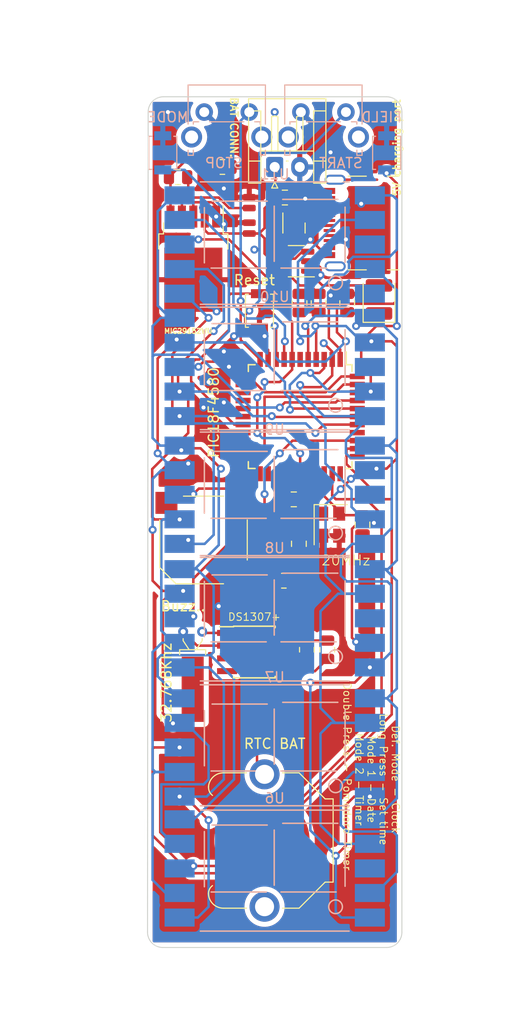
<source format=kicad_pcb>
(kicad_pcb (version 20211014) (generator pcbnew)
  (layers (0 "F.Cu" signal) (31 "B.Cu" signal) (34 "B.Paste" user) (35 "F.Paste" user) (36 "B.SilkS" user "B.Silkscreen") (37 "F.SilkS" user "F.Silkscreen") (38 "B.Mask" user) (39 "F.Mask" user) (44 "Edge.Cuts" user))
  (net 0 "")
  (net 1 "/BAT+")
  (net 2 "GND")
  (net 3 "VCC")
  (net 4 "Net-(C4-Pad2)")
  (net 5 "Net-(C5-Pad2)")
  (net 6 "Net-(D1-Pad1)")
  (net 7 "Net-(D1-Pad2)")
  (net 8 "Net-(R1-Pad1)")
  (net 9 "Net-(R1-Pad2)")
  (net 10 "Net-(R3-Pad2)")
  (net 11 "Net-(J1-PadA9)")
  (net 12 "/E1")
  (net 13 "/E2")
  (net 14 "/D")
  (net 15 "/E")
  (net 16 "/E3")
  (net 17 "/DP")
  (net 18 "/E4")
  (net 19 "/F")
  (net 20 "/C")
  (net 21 "/A")
  (net 22 "/G")
  (net 23 "/B")
  (net 30 "/E6")
  (net 31 "/E5")
  (net 42 "unconnected-(J1-PadS1)")
  (net 43 "Net-(R7-Pad2)")
  (net 44 "Net-(R8-Pad2)")
  (net 45 "Net-(U4-Pad1)")
  (net 46 "Net-(U4-Pad2)")
  (net 47 "Net-(BT1-Pad1)")
  (net 50 "Net-(BZ1-Pad1)")
  (net 51 "/Buz")
  (net 52 "/MODE")
  (net 53 "/FIELD")
  (net 54 "/UP{slash}START")
  (net 55 "/DOWN{slash}STOP")
  (net 56 "/EN6")
  (net 57 "/EN1")
  (net 58 "/EN2")
  (net 59 "/EN3")
  (net 60 "/EN4")
  (net 61 "/EN5")
  (footprint "Package_SO:PowerIntegrations_SO-8" (layer "F.Cu") (at 212.344 105.664)
    (fp_text reference "DS1307+")
    (fp_text value "DS1307+")
  )
  (footprint "Crystal:Crystal_SMD_3225-4Pin_3.2x2.5mm" (layer "F.Cu") (at 219.964 92.964 -90)
    (fp_text reference "Y1")
    (fp_text value "20Mhz")
  )
  (footprint "Resistor_SMD:R_0805_2012Metric" (layer "F.Cu") (at 217.59 105.4335 -90)
    (fp_text reference "R8")
    (fp_text value "R_Small")
  )
  (footprint "Resistor_SMD:R_0805_2012Metric" (layer "F.Cu") (at 216.8525 70.8575 90)
    (fp_text reference "R2")
    (fp_text value "2.2k")
  )
  (footprint "Resistor_SMD:R_0805_2012Metric" (layer "F.Cu") (at 209.151 57.292)
    (fp_text reference "R4")
    (fp_text value "1.5k")
  )
  (footprint "Connector_USB:USB_C_Receptacle_GCT_USB4105-xx-A_16P_TopMnt_Horizontal" (layer "F.Cu") (at 223.52 62.88 90)
    (fp_text reference "J1")
    (fp_text value "USB_C_Receptacle_PowerOnly_6P")
  )
  (footprint "Crystal:Crystal_C26-LF_D2.1mm_L6.5mm_Horizontal_1EP_style1" (layer "F.Cu") (at 205.232 103.632)
    (fp_text reference "32.768Khz")
    (fp_text value "32.768Khz")
  )
  (footprint "Package_TO_SOT_SMD:TO-252-5_TabPin3" (layer "F.Cu") (at 206.248 66.436 -90)
    (fp_text reference "U1")
    (fp_text value "MIC29152WU")
  )
  (footprint "Capacitor_SMD:C_0805_2012Metric" (layer "F.Cu") (at 216.281 90.439 180)
    (fp_text reference "C6")
    (fp_text value "0.1uf")
  )
  (footprint "Battery:BatteryHolder_Keystone_3001_1x12mm" (layer "F.Cu") (at 213.36 124.46 -90)
    (fp_text reference "BT1")
    (fp_text value "Battery_Cell")
  )
  (footprint "Capacitor_SMD:C_0805_2012Metric" (layer "F.Cu") (at 223.139 92.964 90)
    (fp_text reference "C5")
    (fp_text value "C_Small")
  )
  (footprint "Button_Switch_SMD:SW_SPST_B3U-1000P" (layer "F.Cu") (at 212.852 71.628 90)
    (fp_text reference "SW1")
    (fp_text value "SW_Push")
  )
  (footprint "Resistor_SMD:R_0805_2012Metric" (layer "F.Cu") (at 219.622 105.4335 -90)
    (fp_text reference "R7")
    (fp_text value "R_Small")
  )
  (footprint "Capacitor_SMD:C_0805_2012Metric" (layer "F.Cu") (at 215.392 60.34)
    (fp_text reference "C3")
    (fp_text value "4.7uF")
  )
  (footprint "Resistor_SMD:R_0805_2012Metric" (layer "F.Cu") (at 221.615 70.8575 90)
    (fp_text reference "R5")
    (fp_text value "220R")
  )
  (footprint "Resistor_SMD:R_0805_2012Metric" (layer "F.Cu") (at 218.7575 70.8575 -90)
    (fp_text reference "R1")
    (fp_text value "2.2K")
  )
  (footprint "Package_SON:WSON-6-1EP_2x2mm_P0.65mm_EP1x1.6mm" (layer "F.Cu") (at 216.3 62.88 -90)
    (fp_text reference "U2")
    (fp_text value "TVS0500DRV")
  )
  (footprint "Package_TO_SOT_SMD:SOT-23-5" (layer "F.Cu") (at 216.535 66.69 180)
    (fp_text reference "U3")
    (fp_text value "MCP73832-5-OT")
  )
  (footprint "Capacitor_SMD:C_0504_1310Metric" (layer "F.Cu") (at 211.836 60.848 90)
    (fp_text reference "C2")
    (fp_text value "0.1uf")
  )
  (footprint "Connector_JST:JST_EH_S2B-EH_1x02_P2.50mm_Horizontal" (layer "F.Cu") (at 214.376 57.292)
    (fp_text reference "J2")
    (fp_text value "Conn_01x02_Female")
  )
  (footprint "LED_SMD:LED_1210_3225Metric" (layer "F.Cu") (at 224.79 70.5 90)
    (fp_text reference "D1")
    (fp_text value "LED")
  )
  (footprint "Capacitor_SMD:C_0805_2012Metric" (layer "F.Cu") (at 216.789 94.869 90)
    (fp_text reference "C4")
    (fp_text value "C_Small")
  )
  (footprint "Capacitor_SMD:C_0504_1310Metric" (layer "F.Cu") (at 211.836 63.388 90)
    (fp_text reference "C1")
    (fp_text value "0.1uf")
  )
  (footprint "Package_QFP:TQFP-44_10x10mm_P0.8mm" (layer "F.Cu") (at 216.916 82.184 -90)
    (fp_text reference "U5")
    (fp_text value "PIC18F4480-IP")
  )
  (footprint "Resistor_SMD:R_0805_2012Metric" (layer "F.Cu") (at 215.2885 98.552)
    (fp_text reference "R9")
    (fp_text value "R_Small")
  )
  (footprint "Buzzer_Beeper:MagneticBuzzer_Kobitone_254-EMB84Q-RO" (layer "F.Cu") (at 207.264 94.488 180)
    (fp_text reference "BZ1")
    (fp_text value "Buzzer")
  )
  (footprint "Resistor_SMD:R_0805_2012Metric" (layer "F.Cu") (at 204.724 58.308 180)
    (fp_text reference "R3")
    (fp_text value "2.7k")
  )
  (footprint "Display_7Segment:7SEGMENT-LED__HDSM531_HDSM533_SMD" (layer "B.Cu") (at 214.376 89.979 180)
    (fp_text reference "U9")
    (fp_text value "KCSC02-136")
  )
  (footprint "Display_7Segment:7SEGMENT-LED__HDSM531_HDSM533_SMD" (layer "B.Cu") (at 214.376 127.244 180)
    (fp_text reference "U6")
    (fp_text value "KCSC02-136")
  )
  (footprint "Display_7Segment:7SEGMENT-LED__HDSM531_HDSM533_SMD" (layer "B.Cu") (at 214.376 77.239 180)
    (fp_text reference "U10")
    (fp_text value "KCSC02-136")
  )
  (footprint "Button_Switch_SMD:SW_SPST_B3U-1000P" (layer "B.Cu") (at 203.2 55.88 90)
    (fp_text reference "SW2")
    (fp_text value "SW_Push")
  )
  (footprint "Button_Switch_THT:SW_Tactile_SPST_Angled_PTS645Vx39-2LFS" (layer "B.Cu") (at 211.836 51.816 180)
    (fp_text reference "SW6")
    (fp_text value "SW_Push")
  )
  (footprint "Display_7Segment:7SEGMENT-LED__HDSM531_HDSM533_SMD" (layer "B.Cu") (at 214.376 115.179 180)
    (fp_text reference "U7")
    (fp_text value "KCSC02-136")
  )
  (footprint "Display_7Segment:7SEGMENT-LED__HDSM531_HDSM533_SMD" (layer "B.Cu") (at 214.376 65.024 180)
    (fp_text reference "U11")
    (fp_text value "KCSC02-136")
  )
  (footprint "Display_7Segment:7SEGMENT-LED__HDSM531_HDSM533_SMD" (layer "B.Cu") (at 214.376 102.299 180)
    (fp_text reference "U8")
    (fp_text value "KCSC02-136")
  )
  (footprint "Button_Switch_SMD:SW_SPST_B3U-1000P" (layer "B.Cu") (at 225.552 55.88 90)
    (fp_text reference "SW4")
    (fp_text value "SW_Push")
  )
  (footprint "Button_Switch_THT:SW_Tactile_SPST_Angled_PTS645Vx39-2LFS" (layer "B.Cu") (at 221.488 51.816 180)
    (fp_text reference "SW5")
    (fp_text value "SW_Push")
  )
  (gr_line (start 227.076 133.604) (end 227.076 51.816) (layer "Edge.Cuts") (width 0.1))
  (gr_arc (start 201.737631 51.816) (mid 202.184 50.738369) (end 203.261631 50.292) (layer "Edge.Cuts") (width 0.1))
  (gr_arc (start 227.076 133.604) (mid 226.629631 134.681631) (end 225.552 135.128) (layer "Edge.Cuts") (width 0.1))
  (gr_arc (start 225.552 50.292) (mid 226.629631 50.738369) (end 227.076 51.816) (layer "Edge.Cuts") (width 0.1))
  (gr_line (start 225.552 50.292) (end 203.261631 50.292) (layer "Edge.Cuts") (width 0.1))
  (gr_arc (start 203.2 135.128) (mid 202.122369 134.681631) (end 201.676 133.604) (layer "Edge.Cuts") (width 0.1))
  (gr_line (start 203.2 135.128) (end 225.552 135.128) (layer "Edge.Cuts") (width 0.1))
  (gr_line (start 201.737631 51.816) (end 201.676 133.604) (layer "Edge.Cuts") (width 0.1))
  (gr_text "MODE\n" (at 203.708 52.324) (layer "B.SilkS") (effects (font (size 1 1)) (justify mirror)))
  (gr_text "FIELD" (at 225.044 52.324) (layer "B.SilkS") (effects (font (size 1 1)) (justify mirror)))
  (gr_text "START\n" (at 220.98 56.896) (layer "B.SilkS") (effects (font (size 1 1)) (justify mirror)))
  (gr_text "STOP" (at 209.296 56.896) (layer "B.SilkS") (effects (font (size 1 1)) (justify mirror)))
  (gr_text "PIC18F4580\n" (at 208.28 81.788 90) (layer "F.SilkS") (effects (font (size 1 1))))
  (gr_text "RTC BAT" (at 214.376 114.808) (layer "F.SilkS") (effects (font (size 1 1))))
  (gr_text "BAT CONN." (at 210.312 53.34 270) (layer "F.SilkS") (effects (font (size 0.75 0.75))))
  (gr_text "20MHz\n" (at 221.488 96.52) (layer "F.SilkS") (effects (font (size 1 1) (thickness 0.1))))
  (gr_text "Def. Mode - Clock\nLong Press - Set time\nMode 1 - Date\nMode 2 - Timer\nDouble Press - Pomodoro Timer " (at 224.028 118.364 270) (layer "F.SilkS") (effects (font (size 0.75 0.75) (thickness 0.1))))
  (gr_text "MIC29152WU" (at 205.74 73.66) (layer "F.SilkS") (effects (font (size 0.5 0.5) (thickness 0.12))))
  (gr_text "Buzz.." (at 205.232 101.092) (layer "F.SilkS") (effects (font (size 1 1))))
  (gr_text "5V charging port" (at 226.568 55.372 90) (layer "F.SilkS") (effects (font (size 0.75 0.75))))
  (gr_text "Reset" (at 212.344 68.58) (layer "F.SilkS") (effects (font (size 1 1))))
  (segment (start 219.84 65.28) (end 219.84 65.296) (width 0.25) (layer "F.Cu") (net 0))
  (segment (start 219.84 65.296) (end 219.964 65.42) (width 0.25) (layer "F.Cu") (net 0))
  (segment (start 212.884 63.928) (end 213.36 64.404) (width 0.25) (layer "F.Cu") (net 1))
  (segment (start 211.836 63.928) (end 212.82 63.928) (width 0.25) (layer "F.Cu") (net 1))
  (segment (start 214.442 60.34) (end 214.442 57.358) (width 0.25) (layer "F.Cu") (net 1))
  (segment (start 216.408 66.436) (end 214.884 66.436) (width 0.25) (layer "F.Cu") (net 1))
  (segment (start 213.868 66.436) (end 214.884 66.436) (width 0.25) (layer "F.Cu") (net 1))
  (segment (start 211.836 63.928) (end 212.884 63.928) (width 0.25) (layer "F.Cu") (net 1))
  (segment (start 214.442 57.358) (end 214.376 57.292) (width 0.25) (layer "F.Cu") (net 1))
  (segment (start 217.6725 65.74) (end 217.104 65.74) (width 0.25) (layer "F.Cu") (net 1))
  (segment (start 207.73 63.928) (end 211.836 63.928) (width 0.25) (layer "F.Cu") (net 1))
  (segment (start 217.104 65.74) (end 216.408 66.436) (width 0.25) (layer "F.Cu") (net 1))
  (segment (start 207.388 63.586) (end 207.73 63.928) (width 0.25) (layer "F.Cu") (net 1))
  (segment (start 212.82 63.928) (end 213.36 63.388) (width 0.25) (layer "F.Cu") (net 1))
  (segment (start 213.36 65.928) (end 213.868 66.436) (width 0.25) (layer "F.Cu") (net 1))
  (segment (start 214.884 66.436) (end 214.344 66.436) (width 0.25) (layer "F.Cu") (net 1))
  (segment (start 207.388 62.236) (end 207.388 63.586) (width 0.25) (layer "F.Cu") (net 1))
  (segment (start 213.36 61.422) (end 214.442 60.34) (width 0.25) (layer "F.Cu") (net 1))
  (segment (start 213.36 64.404) (end 213.36 65.928) (width 0.25) (layer "F.Cu") (net 1))
  (segment (start 213.36 63.388) (end 213.36 61.422) (width 0.25) (layer "F.Cu") (net 1))
  (segment (start 218.298 66.69) (end 218.94 66.048) (width 0.25) (layer "F.Cu") (net 2))
  (segment (start 218.94 66.048) (end 218.94 65.524) (width 0.25) (layer "F.Cu") (net 2))
  (segment (start 206.248 60.886) (end 206.323 60.811) (width 0.25) (layer "F.Cu") (net 2))
  (segment (start 207.772 78.74) (end 209.296 80.264) (width 0.25) (layer "F.Cu") (net 2))
  (segment (start 210.312 74.168) (end 210.312 74.676) (width 0.25) (layer "F.Cu") (net 2))
  (segment (start 207.772 78.74) (end 208.28 78.74) (width 0.25) (layer "F.Cu") (net 2))
  (segment (start 209.296 80.264) (end 209.296 80.772) (width 0.25) (layer "F.Cu") (net 2))
  (segment (start 217.6725 66.69) (end 218.298 66.69) (width 0.25) (layer "F.Cu") (net 2))
  (segment (start 208.528 61.208) (end 208.528 62.236) (width 0.25) (layer "F.Cu") (net 2))
  (segment (start 218.948 68.072) (end 218.948 67.34) (width 0.25) (layer "F.Cu") (net 2))
  (segment (start 206.248 62.236) (end 206.248 60.886) (width 0.25) (layer "F.Cu") (net 2))
  (segment (start 219.84 59.68) (end 217.002 59.68) (width 0.25) (layer "F.Cu") (net 2))
  (segment (start 206.323 60.811) (end 208.131 60.811) (width 0.25) (layer "F.Cu") (net 2))
  (segment (start 208.131 60.811) (end 208.528 61.208) (width 0.25) (layer "F.Cu") (net 2))
  (segment (start 218.94 65.524) (end 217.932 64.516) (width 0.25) (layer "F.Cu") (net 2))
  (segment (start 217.002 59.68) (end 216.342 60.34) (width 0.25) (layer "F.Cu") (net 2))
  (segment (start 208.28 78.74) (end 209.804 77.216) (width 0.25) (layer "F.Cu") (net 2))
  (segment (start 213.364299 74.163701) (end 213.364299 73.840299) (width 0.25) (layer "F.Cu") (net 2))
  (segment (start 210.312 74.676) (end 209.296 75.692) (width 0.25) (layer "F.Cu") (net 2))
  (segment (start 218.948 67.34) (end 218.298 66.69) (width 0.25) (layer "F.Cu") (net 2))
  (segment (start 213.364299 73.840299) (end 212.852 73.328) (width 0.25) (layer "F.Cu") (net 2))
  (via (at 219.952335 55.832502) (size 0.8) (drill 0.4) (layers "F.Cu" "B.Cu") (net 2))
  (via (at 207.772 78.74) (size 0.8) (drill 0.4) (layers "F.Cu" "B.Cu") (net 2))
  (via (at 217.424 60.452) (size 0.8) (drill 0.4) (layers "F.Cu" "B.Cu") (net 2))
  (via (at 221.488 64.516) (size 0.8) (drill 0.4) (layers "F.Cu" "B.Cu") (net 2))
  (via (at 222.504 73.152) (size 0.8) (drill 0.4) (layers "F.Cu" "B.Cu") (net 2))
  (via (at 208.5715 71.696805) (size 0.8) (drill 0.4) (layers "F.Cu" "B.Cu") (net 2))
  (via (at 214.376 51.816) (size 0.8) (drill 0.4) (layers "F.Cu" "B.Cu") (net 2))
  (via (at 217.932 64.516) (size 0.8) (drill 0.4) (layers "F.Cu" "B.Cu") (net 2))
  (via (at 213.364299 74.163701) (size 0.8) (drill 0.4) (layers "F.Cu" "B.Cu") (net 2))
  (via (at 209.804 77.216) (size 0.8) (drill 0.4) (layers "F.Cu" "B.Cu") (net 2))
  (via (at 205.74 86.868) (size 0.8) (drill 0.4) (layers "F.Cu" "B.Cu") (net 2))
  (via (at 209.296 80.772) (size 0.8) (drill 0.4) (layers "F.Cu" "B.Cu") (net 2))
  (via (at 210.312 74.168) (size 0.8) (drill 0.4) (layers "F.Cu" "B.Cu") (net 2))
  (via (at 203.708 51.816) (size 0.8) (drill 0.4) (layers "F.Cu" "B.Cu") (net 2))
  (via (at 216.916 74.676) (size 0.8) (drill 0.4) (layers "F.Cu" "B.Cu") (net 2))
  (via (at 205.74 94.488) (size 0.8) (drill 0.4) (layers "F.Cu" "B.Cu") (net 2))
  (via (at 223.012 60.96) (size 0.8) (drill 0.4) (layers "F.Cu" "B.Cu") (net 2))
  (via (at 212.344 65.532) (size 0.8) (drill 0.4) (layers "F.Cu" "B.Cu") (net 2))
  (via (at 218.948 68.072) (size 0.8) (drill 0.4) (layers "F.Cu" "B.Cu") (net 2))
  (via (at 209.296 59.436) (size 0.8) (drill 0.4) (layers "F.Cu" "B.Cu") (net 2))
  (via (at 219.964 70.104) (size 0.8) (drill 0.4) (layers "F.Cu" "B.Cu") (net 2))
  (via (at 208.788 101.092) (size 0.8) (drill 0.4) (layers "F.Cu" "B.Cu") (net 2))
  (via (at 209.296 75.692) (size 0.8) (drill 0.4) (layers "F.Cu" "B.Cu") (net 2))
  (via (at 207.264 81.28) (size 0.8) (drill 0.4) (layers "F.Cu" "B.Cu") (net 2))
  (via (at 208.528 62.236) (size 0.8) (drill 0.4) (layers "F.Cu" "B.Cu") (net 2))
  (via (at 209.296 62.992) (size 0.8) (drill 0.4) (layers "F.Cu" "B.Cu") (net 2))
  (segment (start 210.312 74.168) (end 213.36 74.168) (width 0.25) (layer "B.Cu") (net 2))
  (segment (start 207.264 81.28) (end 208.788 81.28) (width 0.25) (layer "B.Cu") (net 2))
  (segment (start 213.36 74.168) (end 213.364299 74.163701) (width 0.25) (layer "B.Cu") (net 2))
  (segment (start 209.804 76.2) (end 209.296 75.692) (width 0.25) (layer "B.Cu") (net 2))
  (segment (start 208.788 81.28) (end 209.296 80.772) (width 0.25) (layer "B.Cu") (net 2))
  (segment (start 209.804 77.216) (end 209.804 76.2) (width 0.25) (layer "B.Cu") (net 2))
  (segment (start 217.59 104.521) (end 217.59 99.941) (width 0.25) (layer "F.Cu") (net 3))
  (segment (start 205.74 60.34) (end 205.108 60.972) (width 0.25) (layer "F.Cu") (net 3))
  (segment (start 217.59 99.941) (end 216.201 98.552) (width 0.25) (layer "F.Cu") (net 3))
  (segment (start 215.392 78.232) (end 214.884 78.74) (width 0.25) (layer "F.Cu") (net 3))
  (segment (start 214.2 69.928) (end 214.376 70.104) (width 0.25) (layer "F.Cu") (net 3))
  (segment (start 216.916 87.884) (end 216.916 85.852) (width 0.25) (layer "F.Cu") (net 3))
  (segment (start 209.804 70.104) (end 209.804 73.531604) (width 0.25) (layer "F.Cu") (net 3))
  (segment (start 205.74 58.4115) (end 205.74 60.34) (width 0.25) (layer "F.Cu") (net 3))
  (segment (start 216.116 76.484) (end 216.117 76.483) (width 0.25) (layer "F.Cu") (net 3))
  (segment (start 214.884 78.74) (end 214.376 78.74) (width 0.25) (layer "F.Cu") (net 3))
  (segment (start 216.116 76.484) (end 216.116 77.508) (width 0.25) (layer "F.Cu") (net 3))
  (segment (start 210.341 82.984) (end 211.216 82.984) (width 0.25) (layer "F.Cu") (net 3))
  (segment (start 209.98 69.928) (end 209.804 70.104) (width 0.25) (layer "F.Cu") (net 3))
  (segment (start 209.83 61.388) (end 211.836 61.388) (width 0.25) (layer "F.Cu") (net 3))
  (segment (start 214.376 71.0165) (end 214.376 70.104) (width 0.25) (layer "F.Cu") (net 3))
  (segment (start 213.368598 78.74) (end 213.364299 78.735701) (width 0.25) (layer "F.Cu") (net 3))
  (segment (start 209.804 73.531604) (end 206.844604 76.491) (width 0.25) (layer "F.Cu") (net 3))
  (segment (start 206.031 76.915695) (end 206.031 78.674) (width 0.25) (layer "F.Cu") (net 3))
  (segment (start 206.844604 76.491) (end 206.455695 76.491) (width 0.25) (layer "F.Cu") (net 3))
  (segment (start 205.74 60.34) (end 208.782 60.34) (width 0.25) (layer "F.Cu") (net 3))
  (segment (start 217.59 104.521) (end 216.828 103.759) (width 0.25) (layer "F.Cu") (net 3))
  (segment (start 219.622 104.521) (end 217.59 104.521) (width 0.25) (layer "F.Cu") (net 3))
  (segment (start 205.6365 58.308) (end 205.74 58.4115) (width 0.25) (layer "F.Cu") (net 3))
  (segment (start 206.031 78.674) (end 210.341 82.984) (width 0.25) (layer "F.Cu") (net 3))
  (segment (start 212.6355 80.268299) (end 212.6355 83.82) (width 0.25) (layer "F.Cu") (net 3))
  (segment (start 216.117 76.483) (end 216.117 72.7575) (width 0.25) (layer "F.Cu") (net 3))
  (segment (start 208.782 60.34) (end 209.83 61.388) (width 0.25) (layer "F.Cu") (net 3))
  (segment (start 212.852 69.928) (end 214.2 69.928) (width 0.25) (layer "F.Cu") (net 3))
  (segment (start 216.117 72.7575) (end 214.376 71.0165) (width 0.25) (layer "F.Cu") (net 3))
  (segment (start 216.916 88.788) (end 216.916 87.884) (width 0.25) (layer "F.Cu") (net 3))
  (segment (start 215.331 90.373) (end 216.916 88.788) (width 0.25) (layer "F.Cu") (net 3))
  (segment (start 216.116 77.508) (end 215.392 78.232) (width 0.25) (layer "F.Cu") (net 3))
  (segment (start 216.828 103.759) (end 215.069 103.759) (width 0.25) (layer "F.Cu") (net 3))
  (segment (start 213.6395 69.928) (end 209.98 69.928) (width 0.25) (layer "F.Cu") (net 3))
  (segment (start 215.331 90.439) (end 215.331 90.373) (width 0.25) (layer "F.Cu") (net 3))
  (segment (start 206.455695 76.491) (end 206.031 76.915695) (width 0.25) (layer "F.Cu") (net 3))
  (segment (start 205.108 60.972) (end 205.108 62.236) (width 0.25) (layer "F.Cu") (net 3))
  (segment (start 214.376 78.74) (end 213.368598 78.74) (width 0.25) (layer "F.Cu") (net 3))
  (via (at 216.916 85.852) (size 0.8) (drill 0.4) (layers "F.Cu" "B.Cu") (net 3))
  (via (at 213.364299 78.735701) (size 0.8) (drill 0.4) (layers "F.Cu" "B.Cu") (net 3))
  (via (at 212.6355 80.268299) (size 0.8) (drill 0.4) (layers "F.Cu" "B.Cu") (net 3))
  (via (at 212.6355 83.82) (size 0.8) (drill 0.4) (layers "F.Cu" "B.Cu") (net 3))
  (segment (start 213.364299 78.735701) (end 213.364299 79.5395) (width 0.25) (layer "B.Cu") (net 3))
  (segment (start 216.916 85.852) (end 215.392 84.328) (width 0.25) (layer "B.Cu") (net 3))
  (segment (start 215.392 84.328) (end 214.884 84.328) (width 0.25) (layer "B.Cu") (net 3))
  (segment (start 213.1435 84.328) (end 212.6355 83.82) (width 0.25) (layer "B.Cu") (net 3))
  (segment (start 214.884 84.328) (end 213.1435 84.328) (width 0.25) (layer "B.Cu") (net 3))
  (segment (start 213.364299 79.5395) (end 212.6355 80.268299) (width 0.25) (layer "B.Cu") (net 3))
  (segment (start 219.114 91.864) (end 218.516 91.266) (width 0.25) (layer "F.Cu") (net 4))
  (segment (start 218.516 91.266) (end 218.516 87.884) (width 0.25) (layer "F.Cu") (net 4))
  (segment (start 218.844 91.864) (end 216.789 93.919) (width 0.25) (layer "F.Cu") (net 4))
  (segment (start 223.139 92.014) (end 220.964 92.014) (width 0.25) (layer "F.Cu") (net 5))
  (segment (start 219.316 90.116) (end 220.814 91.614) (width 0.25) (layer "F.Cu") (net 5))
  (segment (start 219.316 87.884) (end 219.316 90.116) (width 0.25) (layer "F.Cu") (net 5))
  (segment (start 220.814 91.614) (end 220.814 91.864) (width 0.25) (layer "F.Cu") (net 5))
  (segment (start 224.79 71.9) (end 221.745 71.9) (width 0.25) (layer "F.Cu") (net 6))
  (segment (start 221.745 71.9) (end 221.615 71.77) (width 0.25) (layer "F.Cu") (net 6))
  (segment (start 224.79 69.1) (end 219.1325 69.1) (width 0.25) (layer "F.Cu") (net 7))
  (segment (start 219.1325 69.1) (end 217.6725 67.64) (width 0.25) (layer "F.Cu") (net 7))
  (segment (start 216.865 69.1075) (end 215.3975 67.64) (width 0.25) (layer "F.Cu") (net 8))
  (segment (start 217.92 69.1075) (end 216.865 69.1075) (width 0.25) (layer "F.Cu") (net 8))
  (segment (start 218.7575 69.945) (end 217.92 69.1075) (width 0.25) (layer "F.Cu") (net 8))
  (segment (start 218.7575 71.77) (end 216.8525 71.77) (width 0.25) (layer "F.Cu") (net 9))
  (segment (start 203.968 62.236) (end 203.968 58.4645) (width 0.25) (layer "F.Cu") (net 10))
  (segment (start 203.8115 58.308) (end 205.3355 56.784) (width 0.25) (layer "F.Cu") (net 10))
  (segment (start 207.7305 56.784) (end 208.2385 57.292) (width 0.25) (layer "F.Cu") (net 10))
  (segment (start 203.968 58.4645) (end 203.8115 58.308) (width 0.25) (layer "F.Cu") (net 10))
  (segment (start 205.3355 56.784) (end 207.7305 56.784) (width 0.25) (layer "F.Cu") (net 10))
  (segment (start 219.115 60.48) (end 219.84 60.48) (width 0.25) (layer "F.Cu") (net 11))
  (segment (start 215.65 63.7675) (end 216.95 63.7675) (width 0.25) (layer "F.Cu") (net 11))
  (segment (start 217.3625 63.7675) (end 218.94 62.19) (width 0.25) (layer "F.Cu") (net 11))
  (segment (start 216.95 63.7675) (end 217.3625 63.7675) (width 0.25) (layer "F.Cu") (net 11))
  (segment (start 215.3975 65.74) (end 215.3975 64.02) (width 0.25) (layer "F.Cu") (net 11))
  (segment (start 218.94 60.655) (end 219.115 60.48) (width 0.25) (layer "F.Cu") (net 11))
  (segment (start 218.94 62.19) (end 218.94 60.655) (width 0.25) (layer "F.Cu") (net 11))
  (segment (start 215.3975 64.02) (end 215.65 63.7675) (width 0.25) (layer "F.Cu") (net 11))
  (segment (start 226.568 86.36) (end 226.568 75.184) (width 0.25) (layer "F.Cu") (net 14))
  (segment (start 224.536 87.376) (end 225.552 87.376) (width 0.25) (layer "F.Cu") (net 14))
  (segment (start 226.06 74.676) (end 224.028 74.676) (width 0.25) (layer "F.Cu") (net 14))
  (segment (start 221.991701 88.396299) (end 220.966749 89.421251) (width 0.25) (layer "F.Cu") (net 14))
  (segment (start 225.552 87.376) (end 226.568 86.36) (width 0.25) (layer "F.Cu") (net 14))
  (segment (start 218.516 76.484) (end 218.516 73.228) (width 0.25) (layer "F.Cu") (net 14))
  (segment (start 218.516 73.228) (end 218.44 73.152) (width 0.25) (layer "F.Cu") (net 14))
  (segment (start 226.568 75.184) (end 226.06 74.676) (width 0.25) (layer "F.Cu") (net 14))
  (via (at 224.028 74.676) (size 0.8) (drill 0.4) (layers "F.Cu" "B.Cu") (net 14))
  (via (at 224.536 87.376) (size 0.8) (drill 0.4) (layers "F.Cu" "B.Cu") (net 14))
  (via (at 221.991701 88.396299) (size 0.8) (drill 0.4) (layers "F.Cu" "B.Cu") (net 14))
  (via (at 218.44 73.152) (size 0.8) (drill 0.4) (layers "F.Cu" "B.Cu") (net 14))
  (via (at 220.966749 89.421251) (size 0.8) (drill 0.4) (layers "F.Cu" "B.Cu") (net 14))
  (segment (start 218.948 111.252) (end 218.948 101.6) (width 0.25) (layer "B.Cu") (net 14))
  (segment (start 220.011 112.729) (end 223.876 112.729) (width 0.25) (layer "B.Cu") (net 14))
  (segment (start 217.932 74.168) (end 218.44 73.66) (width 0.25) (layer "B.Cu") (net 14))
  (segment (start 219.456 90.932) (end 219.456 98.044) (width 0.25) (layer "B.Cu") (net 14))
  (segment (start 216.699 73.951) (end 216.916 74.168) (width 0.25) (layer "B.Cu") (net 14))
  (segment (start 220.89 62.574) (end 216.699 66.765) (width 0.25) (layer "B.Cu") (net 14))
  (segment (start 218.948 122.936) (end 218.948 113.792) (width 0.25) (layer "B.Cu") (net 14))
  (segment (start 221.488 73.152) (end 222.504 74.168) (width 0.25) (layer "B.Cu") (net 14))
  (segment (start 221.261 99.849) (end 219.456 98.044) (width 0.25) (layer "B.Cu") (net 14))
  (segment (start 216.699 66.765) (end 216.699 73.951) (width 0.25) (layer "B.Cu") (net 14))
  (segment (start 223.876 62.574) (end 220.89 62.574) (width 0.25) (layer "B.Cu") (net 14))
  (segment (start 220.966749 89.421251) (end 219.456 90.932) (width 0.25) (layer "B.Cu") (net 14))
  (segment (start 218.948 113.792) (end 220.011 112.729) (width 0.25) (layer "B.Cu") (net 14))
  (segment (start 224.383 87.529) (end 224.536 87.376) (width 0.25) (layer "B.Cu") (net 14))
  (segment (start 220.425 112.729) (end 218.948 111.252) (width 0.25) (layer "B.Cu") (net 14))
  (segment (start 218.44 73.152) (end 221.488 73.152) (width 0.25) (layer "B.Cu") (net 14))
  (segment (start 223.876 99.849) (end 221.261 99.849) (width 0.25) (layer "B.Cu") (net 14))
  (segment (start 220.806 124.794) (end 218.948 122.936) (width 0.25) (layer "B.Cu") (net 14))
  (segment (start 223.876 87.529) (end 224.383 87.529) (width 0.25) (layer "B.Cu") (net 14))
  (segment (start 223.876 124.794) (end 220.806 124.794) (width 0.25) (layer "B.Cu") (net 14))
  (segment (start 223.876 112.729) (end 220.425 112.729) (width 0.25) (layer "B.Cu") (net 14))
  (segment (start 223.012 87.376) (end 221.991701 88.396299) (width 0.25) (layer "B.Cu") (net 14))
  (segment (start 220.699 99.849) (end 223.876 99.849) (width 0.25) (layer "B.Cu") (net 14))
  (segment (start 218.948 101.6) (end 220.699 99.849) (width 0.25) (layer "B.Cu") (net 14))
  (segment (start 224.536 87.376) (end 223.012 87.376) (width 0.25) (layer "B.Cu") (net 14))
  (segment (start 216.916 74.168) (end 217.932 74.168) (width 0.25) (layer "B.Cu") (net 14))
  (segment (start 217.716 76.484) (end 217.716 73.444) (width 0.25) (layer "F.Cu") (net 15))
  (segment (start 217.716 73.444) (end 217.424 73.152) (width 0.25) (layer "F.Cu") (net 15))
  (via (at 217.424 73.152) (size 0.8) (drill 0.4) (layers "F.Cu" "B.Cu") (net 15))
  (segment (start 224.476 72.339) (end 223.876 72.339) (width 0.25) (layer "B.Cu") (net 15))
  (segment (start 223.876 122.344) (end 224.476 122.344) (width 0.25) (layer "B.Cu") (net 15))
  (segment (start 221.79 66.858274) (end 221.79 67.541726) (width 0.25) (layer "B.Cu") (net 15))
  (segment (start 224.476 122.344) (end 226.568 120.252) (width 0.25) (layer "B.Cu") (net 15))
  (segment (start 226.568 60.546) (end 226.568 65.532) (width 0.25) (layer "B.Cu") (net 15))
  (segment (start 225.795 85.079) (end 223.876 85.079) (width 0.25) (layer "B.Cu") (net 15))
  (segment (start 226.568 111.252) (end 225.595 110.279) (width 0.25) (layer "B.Cu") (net 15))
  (segment (start 223.876 110.279) (end 225.595 110.279) (width 0.25) (layer "B.Cu") (net 15))
  (segment (start 221.79 67.541726) (end 221.306726 68.025) (width 0.25) (layer "B.Cu") (net 15))
  (segment (start 225.689 97.399) (end 226.568 96.52) (width 0.25) (layer "B.Cu") (net 15))
  (segment (start 225.851 66.249) (end 222.205 66.249) (width 0.25) (layer "B.Cu") (net 15))
  (segment (start 226.146 60.124) (end 226.568 60.546) (width 0.25) (layer "B.Cu") (net 15))
  (segment (start 217.424 73.152) (end 217.424 73.142695) (width 0.25) (layer "B.Cu") (net 15))
  (segment (start 218.948 72.136) (end 221.488 72.136) (width 0.25) (layer "B.Cu") (net 15))
  (segment (start 221.306726 68.025) (end 220.429 68.025) (width 0.25) (layer "B.Cu") (net 15))
  (segment (start 223.876 85.079) (end 225.817 85.079) (width 0.25) (layer "B.Cu") (net 15))
  (segment (start 221.996 71.628) (end 223.165 71.628) (width 0.25) (layer "B.Cu") (net 15))
  (segment (start 226.568 85.852) (end 225.795 85.079) (width 0.25) (layer "B.Cu") (net 15))
  (segment (start 222.205 66.249) (end 221.692863 66.761137) (width 0.25) (layer "B.Cu") (net 15))
  (segment (start 226.568 74.431) (end 224.476 72.339) (width 0.25) (layer "B.Cu") (net 15))
  (segment (start 225.817 85.079) (end 226.568 84.328) (width 0.25) (layer "B.Cu") (net 15))
  (segment (start 225.415 97.399) (end 223.876 97.399) (width 0.25) (layer "B.Cu") (net 15))
  (segment (start 226.568 65.532) (end 225.851 66.249) (width 0.25) (layer "B.Cu") (net 15))
  (segment (start 226.568 98.552) (end 225.415 97.399) (width 0.25) (layer "B.Cu") (net 15))
  (segment (start 217.424 73.142695) (end 218.430695 72.136) (width 0.25) (layer "B.Cu") (net 15))
  (segment (start 218.430695 72.136) (end 218.948 72.136) (width 0.25) (layer "B.Cu") (net 15))
  (segment (start 221.692863 66.761137) (end 221.79 66.858274) (width 0.25) (layer "B.Cu") (net 15))
  (segment (start 223.876 60.124) (end 226.146 60.124) (width 0.25) (layer "B.Cu") (net 15))
  (segment (start 226.568 109.306) (end 226.568 98.552) (width 0.25) (layer "B.Cu") (net 15))
  (segment (start 223.876 72.339) (end 224.841 72.339) (width 0.25) (layer "B.Cu") (net 15))
  (segment (start 226.568 96.52) (end 226.568 85.852) (width 0.25) (layer "B.Cu") (net 15))
  (segment (start 226.568 120.252) (end 226.568 111.252) (width 0.25) (layer "B.Cu") (net 15))
  (segment (start 221.488 72.136) (end 221.996 71.628) (width 0.25) (layer "B.Cu") (net 15))
  (segment (start 220.429 68.025) (end 218.948 69.506) (width 0.25) (layer "B.Cu") (net 15))
  (segment (start 225.595 110.279) (end 226.568 109.306) (width 0.25) (layer "B.Cu") (net 15))
  (segment (start 218.948 69.506) (end 218.948 72.136) (width 0.25) (layer "B.Cu") (net 15))
  (segment (start 223.165 71.628) (end 223.876 72.339) (width 0.25) (layer "B.Cu") (net 15))
  (segment (start 223.876 97.399) (end 225.689 97.399) (width 0.25) (layer "B.Cu") (net 15))
  (segment (start 226.568 84.328) (end 226.568 74.431) (width 0.25) (layer "B.Cu") (net 15))
  (segment (start 221.488 120.904) (end 222.313 120.079) (width 0.25) (layer "F.Cu") (net 17))
  (segment (start 222.313 120.079) (end 223.876 120.079) (width 0.25) (layer "F.Cu") (net 17))
  (segment (start 220.116 78.089305) (end 220.116 76.484) (width 0.25) (layer "F.Cu") (net 17))
  (segment (start 220.116 75.708597) (end 219.269416 74.862013) (width 0.25) (layer "F.Cu") (net 17))
  (segment (start 222.363 108.712) (end 223.876 107.199) (width 0.25) (layer "F.Cu") (net 17))
  (segment (start 217.932 108.712) (end 222.363 108.712) (width 0.25) (layer "F.Cu") (net 17))
  (segment (start 220.116 76.484) (end 220.116 75.708597) (width 0.25) (layer "F.Cu") (net 17))
  (segment (start 217.1325 79.248) (end 218.957305 79.248) (width 0.25) (layer "F.Cu") (net 17))
  (segment (start 220.0405 76.4085) (end 220.116 76.484) (width 0.25) (layer "F.Cu") (net 17))
  (segment (start 218.957305 79.248) (end 220.116 78.089305) (width 0.25) (layer "F.Cu") (net 17))
  (segment (start 220.472 125.984) (end 221.488 124.968) (width 0.25) (layer "F.Cu") (net 17))
  (segment (start 216.916 79.0315) (end 217.1325 79.248) (width 0.25) (layer "F.Cu") (net 17))
  (segment (start 221.488 124.968) (end 221.488 120.904) (width 0.25) (layer "F.Cu") (net 17))
  (via (at 216.916 79.0315) (size 0.8) (drill 0.4) (layers "F.Cu" "B.Cu") (net 17))
  (via (at 223.876 107.199) (size 0.8) (drill 0.4) (layers "F.Cu" "B.Cu") (net 17))
  (via (at 223.876 120.079) (size 0.8) (drill 0.4) (layers "F.Cu" "B.Cu") (net 17))
  (via (at 220.472 125.984) (size 0.8) (drill 0.4) (layers "F.Cu" "B.Cu") (net 17))
  (via (at 217.932 108.712) (size 0.8) (drill 0.4) (layers "F.Cu" "B.Cu") (net 17))
  (via (at 219.269416 74.862013) (size 0.8) (drill 0.4) (layers "F.Cu" "B.Cu") (net 17))
  (segment (start 226.004 86.304) (end 221.94 86.304) (width 0.25) (layer "B.Cu") (net 17))
  (segment (start 221.488 85.852) (end 221.488 84.527) (width 0.25) (layer "B.Cu") (net 17))
  (segment (start 217.932 123.444) (end 217.932 108.712) (width 0.25) (layer "B.Cu") (net 17))
  (segment (start 225.624 98.624) (end 221.56 98.624) (width 0.25) (layer "B.Cu") (net 17))
  (segment (start 222.113 94.879) (end 223.876 94.879) (width 0.25) (layer "B.Cu") (net 17))
  (segment (start 220.98 98.044) (end 220.98 96.012) (width 0.25) (layer "B.Cu") (net 17))
  (segment (start 226.06 86.36) (end 226.004 86.304) (width 0.25) (layer "B.Cu") (net 17))
  (segment (start 220.98 96.012) (end 222.113 94.879) (width 0.25) (layer "B.Cu") (net 17))
  (segment (start 223.876 107.199) (end 224.476 107.199) (width 0.25) (layer "B.Cu") (net 17))
  (segment (start 225.995802 98.995802) (end 225.624 98.624) (width 0.25) (layer "B.Cu") (net 17))
  (segment (start 223.876 132.144) (end 221.044 132.144) (width 0.25) (layer "B.Cu") (net 17))
  (segment (start 219.299 82.139) (end 223.876 82.139) (width 0.25) (layer "B.Cu") (net 17))
  (segment (start 224.476 94.879) (end 226.06 93.295) (width 0.25) (layer "B.Cu") (net 17))
  (segment (start 225.995802 105.679198) (end 225.995802 98.995802) (width 0.25) (layer "B.Cu") (net 17))
  (segment (start 220.472 131.572) (end 220.472 125.984) (width 0.25) (layer "B.Cu") (net 17))
  (segment (start 220.98 132.08) (end 220.472 131.572) (width 0.25) (layer "B.Cu") (net 17))
  (segment (start 220.472 125.984) (end 217.932 123.444) (width 0.25) (layer "B.Cu") (net 17))
  (segment (start 221.94 86.304) (end 221.488 85.852) (width 0.25) (layer "B.Cu") (net 17))
  (segment (start 216.916 79.0315) (end 216.916 79.756) (width 0.25) (layer "B.Cu") (net 17))
  (segment (start 221.488 84.527) (end 223.876 82.139) (width 0.25) (layer "B.Cu") (net 17))
  (segment (start 221.56 98.624) (end 220.98 98.044) (width 0.25) (layer "B.Cu") (net 17))
  (segment (start 224.476 107.199) (end 225.995802 105.679198) (width 0.25) (layer "B.Cu") (net 17))
  (segment (start 226.06 93.295) (end 226.06 86.36) (width 0.25) (layer "B.Cu") (net 17))
  (segment (start 221.044 132.144) (end 220.98 132.08) (width 0.25) (layer "B.Cu") (net 17))
  (segment (start 216.916 79.756) (end 219.299 82.139) (width 0.25) (layer "B.Cu") (net 17))
  (segment (start 223.876 94.879) (end 224.476 94.879) (width 0.25) (layer "B.Cu") (net 17))
  (segment (start 215.9 81.497) (end 216.013 81.384) (width 0.25) (layer "F.Cu") (net 19))
  (segment (start 202.687701 76.395201) (end 204.584951 74.497951) (width 0.25) (layer "F.Cu") (net 19))
  (segment (start 202.184 98.552) (end 202.184 93.472) (width 0.25) (layer "F.Cu") (net 19))
  (segment (start 204.216 99.568) (end 205.232 99.568) (width 0.25) (layer "F.Cu") (net 19))
  (segment (start 216.013 81.384) (end 222.616 81.384) (width 0.25) (layer "F.Cu") (net 19))
  (segment (start 203.2 100.584) (end 204.216 99.568) (width 0.25) (layer "F.Cu") (net 19))
  (segment (start 203.2 111.76) (end 203.2 100.584) (width 0.25) (layer "F.Cu") (net 19))
  (segment (start 203.2 99.568) (end 202.184 98.552) (width 0.25) (layer "F.Cu") (net 19))
  (segment (start 204.216 112.776) (end 203.2 111.76) (width 0.25) (layer "F.Cu") (net 19))
  (segment (start 205.232 99.568) (end 203.2 99.568) (width 0.25) (layer "F.Cu") (net 19))
  (segment (start 202.687701 85.847701) (end 202.687701 76.395201) (width 0.25) (layer "F.Cu") (net 19))
  (via (at 204.216 112.776) (size 0.8) (drill 0.4) (layers "F.Cu" "B.Cu") (net 19))
  (via (at 202.687701 85.847701) (size 0.8) (drill 0.4) (layers "F.Cu" "B.Cu") (net 19))
  (via (at 205.232 99.568) (size 0.8) (drill 0.4) (layers "F.Cu" "B.Cu") (net 19))
  (via (at 204.584951 74.497951) (size 0.8) (drill 0.4) (layers "F.Cu" "B.Cu") (net 19))
  (via (at 215.9 81.497) (size 0.8) (drill 0.4) (layers "F.Cu" "B.Cu") (net 19))
  (via (at 202.184 93.472) (size 0.8) (drill 0.4) (layers "F.Cu" "B.Cu") (net 19))
  (segment (start 204.263 112.729) (end 204.216 112.776) (width 0.25) (layer "B.Cu") (net 19))
  (segment (start 202.184 93.472) (end 202.184 88.392) (width 0.25) (layer "B.Cu") (net 19))
  (segment (start 204.951 99.849) (end 205.232 99.568) (width 0.25) (layer "B.Cu") (net 19))
  (segment (start 207.246 118.854) (end 203.051 118.854) (width 0.25) (layer "B.Cu") (net 19))
  (segment (start 208.675 74.789) (end 207.885 74.789) (width 0.25) (layer "B.Cu") (net 19))
  (segment (start 209.804 73.66) (end 208.675 74.789) (width 0.25) (layer "B.Cu") (net 19))
  (segment (start 207.885 74.789) (end 204.876 74.789) (width 0.25) (layer "B.Cu") (net 19))
  (segment (start 204.276 124.794) (end 204.876 124.794) (width 0.25) (layer "B.Cu") (net 19))
  (segment (start 204.876 87.529) (end 204.369 87.529) (width 0.25) (layer "B.Cu") (net 19))
  (segment (start 203.047 87.529) (end 202.184 88.392) (width 0.25) (layer "B.Cu") (net 19))
  (segment (start 215.392 78.74) (end 211.441 74.789) (width 0.25) (layer "B.Cu") (net 19))
  (segment (start 215.9 80.401701) (end 215.392 79.893701) (width 0.25) (layer "B.Cu") (net 19))
  (segment (start 207.264 118.872) (end 207.246 118.854) (width 0.25) (layer "B.Cu") (net 19))
  (segment (start 204.876 87.529) (end 203.047 87.529) (width 0.25) (layer "B.Cu") (net 19))
  (segment (start 207.772 115.025) (end 207.772 118.364) (width 0.25) (layer "B.Cu") (net 19))
  (segment (start 203.051 123.569) (end 204.276 124.794) (width 0.25) (layer "B.Cu") (net 19))
  (segment (start 207.354 62.574) (end 209.804 65.024) (width 0.25) (layer "B.Cu") (net 19))
  (segment (start 204.369 87.529) (end 202.687701 85.847701) (width 0.25) (layer "B.Cu") (net 19))
  (segment (start 203.051 118.854) (end 203.051 123.569) (width 0.25) (layer "B.Cu") (net 19))
  (segment (start 204.876 112.729) (end 205.476 112.729) (width 0.25) (layer "B.Cu") (net 19))
  (segment (start 215.392 79.893701) (end 215.392 78.74) (width 0.25) (layer "B.Cu") (net 19))
  (segment (start 211.441 74.789) (end 207.885 74.789) (width 0.25) (layer "B.Cu") (net 19))
  (segment (start 215.9 81.497) (end 215.9 80.401701) (width 0.25) (layer "B.Cu") (net 19))
  (segment (start 204.876 62.574) (end 207.354 62.574) (width 0.25) (layer "B.Cu") (net 19))
  (segment (start 204.876 99.849) (end 204.951 99.849) (width 0.25) (layer "B.Cu") (net 19))
  (segment (start 204.876 112.729) (end 204.263 112.729) (width 0.25) (layer "B.Cu") (net 19))
  (segment (start 209.804 65.024) (end 209.804 73.66) (width 0.25) (layer "B.Cu") (net 19))
  (segment (start 205.476 112.729) (end 207.772 115.025) (width 0.25) (layer "B.Cu") (net 19))
  (segment (start 207.772 118.364) (end 207.264 118.872) (width 0.25) (layer "B.Cu") (net 19))
  (segment (start 223.012 76.708) (end 223.965502 77.661502) (width 0.25) (layer "F.Cu") (net 20))
  (segment (start 222.504 104.648) (end 222.089 104.233) (width 0.25) (layer "F.Cu") (net 20))
  (segment (start 224.526695 73.152) (end 223.012 74.666695) (width 0.25) (layer "F.Cu") (net 20))
  (segment (start 223.981918 93.089) (end 224.281609 92.789309) (width 0.25) (layer "F.Cu") (net 20))
  (segment (start 222.379 93.089) (end 223.981918 93.089) (width 0.25) (layer "F.Cu") (net 20))
  (segment (start 223.965502 77.661502) (end 223.965502 79.689) (width 0.25) (layer "F.Cu") (net 20))
  (segment (start 217.932 77.833502) (end 218.838498 77.833502) (width 0.25) (layer "F.Cu") (net 20))
  (segment (start 222.089 93.379) (end 222.379 93.089) (width 0.25) (layer "F.Cu") (net 20))
  (segment (start 222.089 104.233) (end 222.089 93.379) (width 0.25) (layer "F.Cu") (net 20))
  (segment (start 219.316 77.356) (end 219.316 76.484) (width 0.25) (layer "F.Cu") (net 20))
  (segment (start 223.012 74.666695) (end 223.012 76.708) (width 0.25) (layer "F.Cu") (net 20))
  (segment (start 218.838498 77.833502) (end 219.316 77.356) (width 0.25) (layer "F.Cu") (net 20))
  (segment (start 226.568 73.152) (end 224.526695 73.152) (width 0.25) (layer "F.Cu") (net 20))
  (via (at 224.281609 92.789309) (size 0.8) (drill 0.4) (layers "F.Cu" "B.Cu") (net 20))
  (via (at 223.965502 79.689) (size 0.8) (drill 0.4) (layers "F.Cu" "B.Cu") (net 20))
  (via (at 226.568 73.152) (size 0.8) (drill 0.4) (layers "F.Cu" "B.Cu") (net 20))
  (via (at 217.932 77.833502) (size 0.8) (drill 0.4) (layers "F.Cu" "B.Cu") (net 20))
  (via (at 222.504 104.648) (size 0.8) (drill 0.4) (layers "F.Cu" "B.Cu") (net 20))
  (segment (start 217.088693 77.833502) (end 215.88189 79.040305) (width 0.25) (layer "B.Cu") (net 20))
  (segment (start 215.88189 79.747195) (end 219.446695 83.312) (width 0.25) (layer "B.Cu") (net 20))
  (segment (start 217.932 77.833502) (end 219.787498 79.689) (width 0.25) (layer "B.Cu") (net 20))
  (segment (start 226.185 123.569) (end 221.613 123.569) (width 0.25) (layer "B.Cu") (net 20))
  (segment (start 221.709299 89.121299) (end 222.051 89.463) (width 0.25) (layer "B.Cu") (net 20))
  (segment (start 222.605 104.749) (end 222.504 104.648) (width 0.25) (layer "B.Cu") (net 20))
  (segment (start 223.876 104.749) (end 222.605 104.749) (width 0.25) (layer "B.Cu") (net 20))
  (segment (start 226.568 69.566) (end 226.568 73.152) (width 0.25) (layer "B.Cu") (net 20))
  (segment (start 224.476 67.474) (end 226.568 69.566) (width 0.25) (layer "B.Cu") (net 20))
  (segment (start 221.613 123.569) (end 220.98 122.936) (width 0.25) (layer "B.Cu") (net 20))
  (segment (start 222.051 91.204) (end 223.276 92.429) (width 0.25) (layer "B.Cu") (net 20))
  (segment (start 222.223 117.629) (end 223.876 117.629) (width 0.25) (layer "B.Cu") (net 20))
  (segment (start 222.051 89.463) (end 222.051 91.204) (width 0.25) (layer "B.Cu") (net 20))
  (segment (start 220.98 118.872) (end 222.223 117.629) (width 0.25) (layer "B.Cu") (net 20))
  (segment (start 224.476 129.694) (end 226.568 127.602) (width 0.25) (layer "B.Cu") (net 20))
  (segment (start 219.446695 83.312) (end 219.446695 86.876598) (width 0.25) (layer "B.Cu") (net 20))
  (segment (start 217.932 77.833502) (end 217.088693 77.833502) (width 0.25) (layer "B.Cu") (net 20))
  (segment (start 219.787498 79.689) (end 223.876 79.689) (width 0.25) (layer "B.Cu") (net 20))
  (segment (start 219.446695 86.876598) (end 221.691396 89.121299) (width 0.25) (layer "B.Cu") (net 20))
  (segment (start 223.876 67.474) (end 224.476 67.474) (width 0.25) (layer "B.Cu") (net 20))
  (segment (start 223.276 92.429) (end 223.876 92.429) (width 0.25) (layer "B.Cu") (net 20))
  (segment (start 220.98 122.936) (end 220.98 118.872) (width 0.25) (layer "B.Cu") (net 20))
  (segment (start 226.568 127.602) (end 226.568 123.952) (width 0.25) (layer "B.Cu") (net 20))
  (segment (start 215.88189 79.040305) (end 215.88189 79.747195) (width 0.25) (layer "B.Cu") (net 20))
  (segment (start 223.876 129.694) (end 224.476 129.694) (width 0.25) (layer "B.Cu") (net 20))
  (segment (start 226.568 123.952) (end 226.185 123.569) (width 0.25) (layer "B.Cu") (net 20))
  (segment (start 221.691396 89.121299) (end 221.709299 89.121299) (width 0.25) (layer "B.Cu") (net 20))
  (segment (start 202.374143 92.443143) (end 204.881582 92.443143) (width 0.25) (layer "F.Cu") (net 21))
  (segment (start 204.724 79.537) (end 204.876 79.689) (width 0.25) (layer "F.Cu") (net 21))
  (segment (start 202.1415 92.2105) (end 202.374143 92.443143) (width 0.25) (layer "F.Cu") (net 21))
  (segment (start 204.724 77.216) (end 204.724 79.537) (width 0.25) (layer "F.Cu") (net 21))
  (segment (start 204.876 79.689) (end 205.74 80.553) (width 0.25) (layer "F.Cu") (net 21))
  (segment (start 222.5785 82.2215) (end 222.616 82.184) (width 0.25) (layer "F.Cu") (net 21))
  (segment (start 214.167 82.2215) (end 222.5785 82.2215) (width 0.25) (layer "F.Cu") (net 21))
  (segment (start 214.0845 82.139) (end 214.167 82.2215) (width 0.25) (layer "F.Cu") (net 21))
  (segment (start 205.74 80.553) (end 205.74 83.82) (width 0.25) (layer "F.Cu") (net 21))
  (segment (start 208.28 73.66) (end 204.724 77.216) (width 0.25) (layer "F.Cu") (net 21))
  (segment (start 202.1415 87.4185) (end 202.1415 92.2105) (width 0.25) (layer "F.Cu") (net 21))
  (segment (start 205.74 83.82) (end 202.1415 87.4185) (width 0.25) (layer "F.Cu") (net 21))
  (via (at 204.881582 92.443143) (size 0.8) (drill 0.4) (layers "F.Cu" "B.Cu") (net 21))
  (via (at 208.28 73.66) (size 0.8) (drill 0.4) (layers "F.Cu" "B.Cu") (net 21))
  (via (at 214.0845 82.139) (size 0.8) (drill 0.4) (layers "F.Cu" "B.Cu") (net 21))
  (via (at 204.876 79.689) (size 0.8) (drill 0.4) (layers "F.Cu" "B.Cu") (net 21))
  (segment (start 202.465 117.629) (end 203.427 117.629) (width 0.25) (layer "B.Cu") (net 21))
  (segment (start 209.737 79.689) (end 204.876 79.689) (width 0.25) (layer "B.Cu") (net 21))
  (segment (start 202.184 117.348) (end 202.465 117.629) (width 0.25) (layer "B.Cu") (net 21))
  (segment (start 202.411 117.629) (end 203.427 117.629) (width 0.25) (layer "B.Cu") (net 21))
  (segment (start 202.184 128.399) (end 202.184 117.856) (width 0.25) (layer "B.Cu") (net 21))
  (segment (start 203.427 117.629) (end 204.876 117.629) (width 0.25) (layer "B.Cu") (net 21))
  (segment (start 209.296 69.088) (end 209.296 72.644) (width 0.25) (layer "B.Cu") (net 21))
  (segment (start 203.051 92.605) (end 203.227 92.429) (width 0.25) (layer "B.Cu") (net 21))
  (segment (start 202.184 117.856) (end 202.411 117.629) (width 0.25) (layer "B.Cu") (net 21))
  (segment (start 208.28 68.072) (end 209.296 69.088) (width 0.25) (layer "B.Cu") (net 21))
  (segment (start 203.099 104.749) (end 202.184 105.664) (width 0.25) (layer "B.Cu") (net 21))
  (segment (start 209.296 72.644) (end 208.28 73.66) (width 0.25) (layer "B.Cu") (net 21))
  (segment (start 204.276 104.749) (end 203.099 104.749) (width 0.25) (layer "B.Cu") (net 21))
  (segment (start 204.276 104.749) (end 203.051 103.524) (width 0.25) (layer "B.Cu") (net 21))
  (segment (start 204.876 104.749) (end 204.276 104.749) (width 0.25) (layer "B.Cu") (net 21))
  (segment (start 203.227 92.429) (end 204.876 92.429) (width 0.25) (layer "B.Cu") (net 21))
  (segment (start 212.187 82.139) (end 209.737 79.689) (width 0.25) (layer "B.Cu") (net 21))
  (segment (start 207.682 67.474) (end 208.28 68.072) (width 0.25) (layer "B.Cu") (net 21))
  (segment (start 204.876 67.474) (end 207.682 67.474) (width 0.25) (layer "B.Cu") (net 21))
  (segment (start 203.051 103.524) (end 203.051 92.605) (width 0.25) (layer "B.Cu") (net 21))
  (segment (start 214.0845 82.139) (end 212.187 82.139) (width 0.25) (layer "B.Cu") (net 21))
  (segment (start 203.479 129.694) (end 202.184 128.399) (width 0.25) (layer "B.Cu") (net 21))
  (segment (start 202.184 105.664) (end 202.184 117.348) (width 0.25) (layer "B.Cu") (net 21))
  (segment (start 204.876 129.694) (end 203.479 129.694) (width 0.25) (layer "B.Cu") (net 21))
  (segment (start 220.66 80.584) (end 222.616 80.584) (width 0.25) (layer "F.Cu") (net 22))
  (segment (start 209.0045 87.376) (end 206.9725 85.344) (width 0.25) (layer "F.Cu") (net 22))
  (segment (start 206.9725 85.344) (end 204.852396 85.344) (width 0.25) (layer "F.Cu") (net 22))
  (segment (start 204.918102 85.538102) (end 205.046498 85.538102) (width 0.25) (layer "F.Cu") (net 22))
  (segment (start 215.392 80.772) (end 220.472 80.772) (width 0.25) (layer "F.Cu") (net 22))
  (segment (start 220.472 80.772) (end 220.66 80.584) (width 0.25) (layer "F.Cu") (net 22))
  (segment (start 214.884 81.28) (end 215.392 80.772) (width 0.25) (layer "F.Cu") (net 22))
  (segment (start 204.852396 85.344) (end 204.788198 85.408198) (width 0.25) (layer "F.Cu") (net 22))
  (segment (start 204.788198 85.408198) (end 204.918102 85.538102) (width 0.25) (layer "F.Cu") (net 22))
  (via (at 205.046498 85.538102) (size 0.8) (drill 0.4) (layers "F.Cu" "B.Cu") (net 22))
  (via (at 214.884 81.28) (size 0.8) (drill 0.4) (layers "F.Cu" "B.Cu") (net 22))
  (via (at 209.0045 87.376) (size 0.8) (drill 0.4) (layers "F.Cu" "B.Cu") (net 22))
  (segment (start 204.876 85.079) (end 202.935 85.079) (width 0.25) (layer "B.Cu") (net 22))
  (segment (start 202.692 71.12) (end 203.911 72.339) (width 0.25) (layer "B.Cu") (net 22))
  (segment (start 208.28 99.06) (end 206.619 97.399) (width 0.25) (layer "B.Cu") (net 22))
  (segment (start 202.935 85.079) (end 202.184 84.328) (width 0.25) (layer "B.Cu") (net 22))
  (segment (start 204.276 60.124) (end 202.692 61.708) (width 0.25) (layer "B.Cu") (net 22))
  (segment (start 208.28 105.664) (end 208.28 99.06) (width 0.25) (layer "B.Cu") (net 22))
  (segment (start 202.184 73.152) (end 202.997 72.339) (width 0.25) (layer "B.Cu") (net 22))
  (segment (start 208.788 87.5925) (end 209.0045 87.376) (width 0.25) (layer "B.Cu") (net 22))
  (segment (start 204.876 60.124) (end 204.276 60.124) (width 0.25) (layer "B.Cu") (net 22))
  (segment (start 207.97 105.974) (end 208.28 105.664) (width 0.25) (layer "B.Cu") (net 22))
  (segment (start 202.692 108.095) (end 202.692 106.333) (width 0.25) (layer "B.Cu") (net 22))
  (segment (start 206.698396 76.014) (end 202.37 76.014) (width 0.25) (layer "B.Cu") (net 22))
  (segment (start 206.385 97.399) (end 208.788 94.996) (width 0.25) (layer "B.Cu") (net 22))
  (segment (start 202.184 76.2) (end 202.184 73.152) (width 0.25) (layer "B.Cu") (net 22))
  (segment (start 203.911 72.339) (end 204.876 72.339) (width 0.25) (layer "B.Cu") (net 22))
  (segment (start 203.051 105.974) (end 207.97 105.974) (width 0.25) (layer "B.Cu") (net 22))
  (segment (start 211.964396 81.28) (end 206.698396 76.014) (width 0.25) (layer "B.Cu") (net 22))
  (segment (start 206.332 122.344) (end 210.312 118.364) (width 0.25) (layer "B.Cu") (net 22))
  (segment (start 202.184 84.328) (end 202.184 76.2) (width 0.25) (layer "B.Cu") (net 22))
  (segment (start 202.997 72.339) (end 204.876 72.339) (width 0.25) (layer "B.Cu") (net 22))
  (segment (start 202.692 61.708) (end 202.692 71.12) (width 0.25) (layer "B.Cu") (net 22))
  (segment (start 202.37 76.014) (end 202.184 76.2) (width 0.25) (layer "B.Cu") (net 22))
  (segment (start 204.876 110.279) (end 202.692 108.095) (width 0.25) (layer "B.Cu") (net 22))
  (segment (start 204.876 122.344) (end 206.332 122.344) (width 0.25) (layer "B.Cu") (net 22))
  (segment (start 214.884 81.28) (end 211.964396 81.28) (width 0.25) (layer "B.Cu") (net 22))
  (segment (start 206.619 97.399) (end 204.876 97.399) (width 0.25) (layer "B.Cu") (net 22))
  (segment (start 208.788 94.996) (end 208.788 87.5925) (width 0.25) (layer "B.Cu") (net 22))
  (segment (start 202.692 106.333) (end 203.051 105.974) (width 0.25) (layer "B.Cu") (net 22))
  (segment (start 204.876 97.399) (end 206.385 97.399) (width 0.25) (layer "B.Cu") (net 22))
  (segment (start 210.312 108.316) (end 207.97 105.974) (width 0.25) (layer "B.Cu") (net 22))
  (segment (start 210.312 118.364) (end 210.312 108.316) (width 0.25) (layer "B.Cu") (net 22))
  (segment (start 207.772 122.428) (end 205.423 120.079) (width 0.25) (layer "F.Cu") (net 23))
  (segment (start 205.423 120.079) (end 204.876 120.079) (width 0.25) (layer "F.Cu") (net 23))
  (segment (start 218.44 83.82) (end 219.276 82.984) (width 0.25) (layer "F.Cu") (net 23))
  (segment (start 207.772 72.335502) (end 204.151 75.956502) (width 0.25) (layer "F.Cu") (net 23))
  (segment (start 204.151 81.414) (end 204.876 82.139) (width 0.25) (layer "F.Cu") (net 23))
  (segment (start 204.151 75.956502) (end 204.151 81.414) (width 0.25) (layer "F.Cu") (net 23))
  (segment (start 219.276 82.984) (end 222.616 82.984) (width 0.25) (layer "F.Cu") (net 23))
  (via (at 204.876 82.139) (size 0.8) (drill 0.4) (layers "F.Cu" "B.Cu") (net 23))
  (via (at 204.876 120.079) (size 0.8) (drill 0.4) (layers "F.Cu" "B.Cu") (net 23))
  (via (at 218.44 83.82) (size 0.8) (drill 0.4) (layers "F.Cu" "B.Cu") (net 23))
  (via (at 207.772 72.335502) (size 0.8) (drill 0.4) (layers "F.Cu" "B.Cu") (net 23))
  (via (at 207.772 122.428) (size 0.8) (drill 0.4) (layers "F.Cu" "B.Cu") (net 23))
  (segment (start 205.6005 82.8635) (end 204.876 82.139) (width 0.25) (layer "B.Cu") (net 23))
  (segment (start 204.876 69.924) (end 205.360498 69.924) (width 0.25) (layer "B.Cu") (net 23))
  (segment (start 218.44 83.82) (end 217.4835 82.8635) (width 0.25) (layer "B.Cu") (net 23))
  (segment (start 204.876 82.139) (end 207.615 82.139) (width 0.25) (layer "B.Cu") (net 23))
  (segment (start 207.381 94.879) (end 204.876 94.879) (width 0.25) (layer "B.Cu") (net 23))
  (segment (start 204.876 120.079) (end 207.581 120.079) (width 0.25) (layer "B.Cu") (net 23))
  (segment (start 209.296 108.712) (end 207.772 107.188) (width 0.25) (layer "B.Cu") (net 23))
  (segment (start 205.360498 69.924) (end 207.772 72.335502) (width 0.25) (layer "B.Cu") (net 23))
  (segment (start 207.772 131.064) (end 207.772 122.428) (width 0.25) (layer "B.Cu") (net 23))
  (segment (start 208.28 82.804) (end 208.28 93.98) (width 0.25) (layer "B.Cu") (net 23))
  (segment (start 204.876 132.144) (end 206.692 132.144) (width 0.25) (layer "B.Cu") (net 23))
  (segment (start 208.28 93.98) (end 207.381 94.879) (width 0.25) (layer "B.Cu") (net 23))
  (segment (start 209.296 118.364) (end 209.296 108.712) (width 0.25) (layer "B.Cu") (net 23))
  (segment (start 207.615 82.139) (end 208.28 82.804) (width 0.25) (layer "B.Cu") (net 23))
  (segment (start 206.692 132.144) (end 207.772 131.064) (width 0.25) (layer "B.Cu") (net 23))
  (segment (start 207.772 107.188) (end 207.761 107.199) (width 0.25) (layer "B.Cu") (net 23))
  (segment (start 217.4835 82.8635) (end 205.6005 82.8635) (width 0.25) (layer "B.Cu") (net 23))
  (segment (start 207.761 107.199) (end 204.876 107.199) (width 0.25) (layer "B.Cu") (net 23))
  (segment (start 207.581 120.079) (end 209.296 118.364) (width 0.25) (layer "B.Cu") (net 23))
  (segment (start 224.595 58.56) (end 220.415 58.56) (width 0.25) (layer "F.Cu") (net 42))
  (segment (start 218.399 107.569) (end 215.069 107.569) (width 0.25) (layer "F.Cu") (net 43))
  (segment (start 219.622 106.346) (end 218.399 107.569) (width 0.25) (layer "F.Cu") (net 43))
  (segment (start 217.59 106.346) (end 217.543 106.299) (width 0.25) (layer "F.Cu") (net 44))
  (segment (start 217.543 106.299) (end 215.069 106.299) (width 0.25) (layer "F.Cu") (net 44))
  (segment (start 209.619 103.759) (end 207.259 103.759) (width 0.25) (layer "F.Cu") (net 45))
  (segment (start 207.259 103.759) (end 207.132 103.632) (width 0.25) (layer "F.Cu") (net 45))
  (segment (start 206.629 105.029) (end 205.232 103.632) (width 0.25) (layer "F.Cu") (net 46))
  (segment (start 209.619 105.029) (end 206.629 105.029) (width 0.25) (layer "F.Cu") (net 46))
  (segment (start 210.319 106.299) (end 209.619 106.299) (width 0.25) (layer "F.Cu") (net 47))
  (segment (start 212.61 108.59) (end 210.319 106.299) (width 0.25) (layer "F.Cu") (net 47))
  (segment (start 212.61 117.348) (end 212.61 108.59) (width 0.25) (layer "F.Cu") (net 47))
  (segment (start 214.012 98.188) (end 210.964 98.188) (width 0.25) (layer "F.Cu") (net 50))
  (segment (start 214.376 98.552) (end 214.012 98.188) (width 0.25) (layer "F.Cu") (net 50))
  (segment (start 215.316 76.484) (end 215.316 74.752) (width 0.25) (layer "F.Cu") (net 52))
  (segment (start 215.316 74.752) (end 215.392 74.676) (width 0.25) (layer "F.Cu") (net 52))
  (via (at 215.392 74.676) (size 0.8) (drill 0.4) (layers "F.Cu" "B.Cu") (net 52))
  (segment (start 213.173017 72.403001) (end 211.595001 72.403001) (width 0.25) (layer "B.Cu") (net 52))
  (segment (start 215.392 74.676) (end 215.392 73.142695) (width 0.25) (layer "B.Cu") (net 52))
  (segment (start 210.254 62.452) (end 205.382 57.58) (width 0.25) (layer "B.Cu") (net 52))
  (segment (start 215.392 73.142695) (end 214.385305 72.136) (width 0.25) (layer "B.Cu") (net 52))
  (segment (start 205.382 57.58) (end 203.2 57.58) (width 0.25) (layer "B.Cu") (net 52))
  (segment (start 213.440018 72.136) (end 213.173017 72.403001) (width 0.25) (layer "B.Cu") (net 52))
  (segment (start 211.595001 72.403001) (end 210.254 71.062) (width 0.25) (layer "B.Cu") (net 52))
  (segment (start 210.254 71.062) (end 210.254 62.452) (width 0.25) (layer "B.Cu") (net 52))
  (segment (start 214.385305 72.136) (end 213.440018 72.136) (width 0.25) (layer "B.Cu") (net 52))
  (segment (start 226.568 70.612) (end 226.568 58.928) (width 0.25) (layer "F.Cu") (net 53))
  (segment (start 220.59 73.778) (end 220.59 71.269327) (width 0.25) (layer "F.Cu") (net 53))
  (segment (start 214.516 76.484) (end 214.516 73.292) (width 0.25) (layer "F.Cu") (net 53))
  (segment (start 220.926827 70.9325) (end 226.2475 70.9325) (width 0.25) (layer "F.Cu") (net 53))
  (segment (start 226.2475 70.9325) (end 226.568 70.612) (width 0.25) (layer "F.Cu") (net 53))
  (segment (start 221.488 74.676) (end 220.59 73.778) (width 0.25) (layer "F.Cu") (net 53))
  (segment (start 226.568 58.928) (end 225.552 57.912) (width 0.25) (layer "F.Cu") (net 53))
  (segment (start 214.516 73.292) (end 214.376 73.152) (width 0.25) (layer "F.Cu") (net 53))
  (segment (start 220.59 71.269327) (end 220.926827 70.9325) (width 0.25) (layer "F.Cu") (net 53))
  (via (at 221.488 74.676) (size 0.8) (drill 0.4) (layers "F.Cu" "B.Cu") (net 53))
  (via (at 225.552 57.912) (size 0.8) (drill 0.4) (layers "F.Cu" "B.Cu") (net 53))
  (via (at 214.376 73.152) (size 0.8) (drill 0.4) (layers "F.Cu" "B.Cu") (net 53))
  (segment (start 219.456 76.708) (end 221.488 74.676) (width 0.25) (layer "B.Cu") (net 53))
  (segment (start 214.376 76.2) (end 214.884 76.708) (width 0.25) (layer "B.Cu") (net 53))
  (segment (start 214.884 76.708) (end 219.456 76.708) (width 0.25) (layer "B.Cu") (net 53))
  (segment (start 225.552 57.58) (end 225.552 57.912) (width 0.25) (layer "B.Cu") (net 53))
  (segment (start 214.376 73.152) (end 214.376 76.2) (width 0.25) (layer "B.Cu") (net 53))
  (segment (start 213.716 76.484) (end 213.716 75.54) (width 0.25) (layer "F.Cu") (net 54))
  (segment (start 213.716 75.54) (end 212.279 74.103) (width 0.25) (layer "F.Cu") (net 54))
  (segment (start 212.279 74.103) (end 211.677 74.103) (width 0.25) (layer "F.Cu") (net 54))
  (segment (start 211.4285 73.8545) (end 211.4285 72.0355) (width 0.25) (layer "F.Cu") (net 54))
  (segment (start 211.677 74.103) (end 211.4285 73.8545) (width 0.25) (layer "F.Cu") (net 54))
  (segment (start 211.4285 72.0355) (end 211.840299 71.623701) (width 0.25) (layer "F.Cu") (net 54))
  (via (at 211.840299 71.623701) (size 0.8) (drill 0.4) (layers "F.Cu" "B.Cu") (net 54))
  (segment (start 211.840299 71.623701) (end 212.852 70.612) (width 0.25) (layer "B.Cu") (net 54))
  (segment (start 212.852 55.88) (end 217.424 55.88) (width 0.25) (layer "B.Cu") (net 54))
  (segment (start 212.852 70.612) (end 212.852 55.88) (width 0.25) (layer "B.Cu") (net 54))
  (segment (start 217.424 55.88) (end 221.488 51.816) (width 0.25) (layer "B.Cu") (net 54))
  (segment (start 210.9785 70.6525) (end 210.9785 74.5465) (width 0.25) (layer "F.Cu") (net 55))
  (segment (start 210.9785 74.5465) (end 212.916 76.484) (width 0.25) (layer "F.Cu") (net 55))
  (via (at 210.9785 70.6525) (size 0.8) (drill 0.4) (layers "F.Cu" "B.Cu") (net 55))
  (segment (start 210.9785 70.6525) (end 210.9785 52.6735) (width 0.25) (layer "B.Cu") (net 55))
  (segment (start 210.9785 52.6735) (end 211.836 51.816) (width 0.25) (layer "B.Cu") (net 55))
  (segment (start 220.916 75.484) (end 219.7825 74.3505) (width 0.25) (layer "F.Cu") (net 56))
  (segment (start 215.401 70.113) (end 215.401 68.690827) (width 0.25) (layer "F.Cu") (net 56))
  (segment (start 219.445673 70.9325) (end 216.2205 70.9325) (width 0.25) (layer "F.Cu") (net 56))
  (segment (start 215.064173 68.354) (end 213.642 68.354) (width 0.25) (layer "F.Cu") (net 56))
  (segment (start 215.401 68.690827) (end 215.064173 68.354) (width 0.25) (layer "F.Cu") (net 56))
  (segment (start 220.916 76.484) (end 220.916 75.484) (width 0.25) (layer "F.Cu") (net 56))
  (segment (start 219.7825 71.269327) (end 219.445673 70.9325) (width 0.25) (layer "F.Cu") (net 56))
  (segment (start 209.804 64.516) (end 206.756 64.516) (width 0.25) (layer "F.Cu") (net 56))
  (segment (start 216.2205 70.9325) (end 215.401 70.113) (width 0.25) (layer "F.Cu") (net 56))
  (segment (start 213.642 68.354) (end 209.804 64.516) (width 0.25) (layer "F.Cu") (net 56))
  (segment (start 219.7825 74.3505) (end 219.7825 71.269327) (width 0.25) (layer "F.Cu") (net 56))
  (via (at 206.756 64.516) (size 0.8) (drill 0.4) (layers "F.Cu" "B.Cu") (net 56))
  (segment (start 205.384 64.516) (end 204.876 65.024) (width 0.25) (layer "B.Cu") (net 56))
  (segment (start 206.756 64.516) (end 205.384 64.516) (width 0.25) (layer "B.Cu") (net 56))
  (segment (start 225.044 90.424) (end 226.06 90.424) (width 0.25) (layer "F.Cu") (net 58))
  (segment (start 205.947695 127.725) (end 202.184 123.961305) (width 0.25) (layer "F.Cu") (net 58))
  (segment (start 202.184 115.316) (end 202.321 115.179) (width 0.25) (layer "F.Cu") (net 58))
  (segment (start 210.312 127) (end 225.044 112.268) (width 0.25) (layer "F.Cu") (net 58))
  (segment (start 221.541 85.459) (end 221.541 86.921) (width 0.25) (layer "F.Cu") (net 58))
  (segment (start 222.616 85.384) (end 221.616 85.384) (width 0.25) (layer "F.Cu") (net 58))
  (segment (start 226.06 111.888396) (end 210.223396 127.725) (width 0.25) (layer "F.Cu") (net 58))
  (segment (start 202.184 123.961305) (end 202.184 115.316) (width 0.25) (layer "F.Cu") (net 58))
  (segment (start 225.044 91.948) (end 223.52 90.424) (width 0.25) (layer "F.Cu") (net 58))
  (segment (start 206.248 127) (end 210.312 127) (width 0.25) (layer "F.Cu") (net 58))
  (segment (start 202.321 115.179) (end 204.876 115.179) (width 0.25) (layer "F.Cu") (net 58))
  (segment (start 220.116 90.068) (end 220.116 87.884) (width 0.25) (layer "F.Cu") (net 58))
  (segment (start 226.06 90.424) (end 226.06 111.888396) (width 0.25) (layer "F.Cu") (net 58))
  (segment (start 220.472 90.424) (end 220.116 90.068) (width 0.25) (layer "F.Cu") (net 58))
  (segment (start 221.616 85.384) (end 221.541 85.459) (width 0.25) (layer "F.Cu") (net 58))
  (segment (start 210.223396 127.725) (end 205.947695 127.725) (width 0.25) (layer "F.Cu") (net 58))
  (segment (start 225.044 112.268) (end 225.044 91.948) (width 0.25) (layer "F.Cu") (net 58))
  (segment (start 223.52 90.424) (end 220.472 90.424) (width 0.25) (layer "F.Cu") (net 58))
  (segment (start 221.541 86.921) (end 225.044 90.424) (width 0.25) (layer "F.Cu") (net 58))
  (via (at 206.248 127) (size 0.8) (drill 0.4) (layers "F.Cu" "B.Cu") (net 58))
  (via (at 204.876 115.179) (size 0.8) (drill 0.4) (layers "F.Cu" "B.Cu") (net 58))
  (segment (start 206.004 127.244) (end 206.248 127) (width 0.25) (layer "B.Cu") (net 58))
  (segment (start 204.876 127.244) (end 206.004 127.244) (width 0.25) (layer "B.Cu") (net 58))
  (segment (start 214.884 85.852) (end 216.152 84.584) (width 0.25) (layer "F.Cu") (net 59))
  (segment (start 216.152 84.584) (end 222.616 84.584) (width 0.25) (layer "F.Cu") (net 59))
  (segment (start 206.248 98.349) (end 213.36 91.237) (width 0.25) (layer "F.Cu") (net 59))
  (segment (start 206.248 102.108) (end 206.248 98.349) (width 0.25) (layer "F.Cu") (net 59))
  (segment (start 213.36 91.237) (end 213.36 89.916) (width 0.25) (layer "F.Cu") (net 59))
  (via (at 206.248 102.108) (size 0.8) (drill 0.4) (layers "F.Cu" "B.Cu") (net 59))
  (via (at 214.884 85.852) (size 0.8) (drill 0.4) (layers "F.Cu" "B.Cu") (net 59))
  (via (at 213.36 89.916) (size 0.8) (drill 0.4) (layers "F.Cu" "B.Cu") (net 59))
  (segment (start 213.36 87.376) (end 214.884 85.852) (width 0.25) (layer "B.Cu") (net 59))
  (segment (start 206.057 102.299) (end 206.248 102.108) (width 0.25) (layer "B.Cu") (net 59))
  (segment (start 204.876 102.299) (end 206.057 102.299) (width 0.25) (layer "B.Cu") (net 59))
  (segment (start 213.36 89.916) (end 213.36 87.376) (width 0.25) (layer "B.Cu") (net 59))
  (segment (start 221.244 78.984) (end 222.616 78.984) (width 0.25) (layer "F.Cu") (net 60))
  (segment (start 209.8465 89.3655) (end 213.36 85.852) (width 0.25) (layer "F.Cu") (net 60))
  (segment (start 206.248 89.916) (end 206.7985 89.3655) (width 0.25) (layer "F.Cu") (net 60))
  (segment (start 206.7985 89.3655) (end 209.8465 89.3655) (width 0.25) (layer "F.Cu") (net 60))
  (segment (start 213.36 85.852) (end 213.36 80.206) (width 0.25) (layer "F.Cu") (net 60))
  (segment (start 220.022 80.206) (end 221.244 78.984) (width 0.25) (layer "F.Cu") (net 60))
  (segment (start 213.36 80.206) (end 220.022 80.206) (width 0.25) (layer "F.Cu") (net 60))
  (via (at 206.248 89.916) (size 0.8) (drill 0.4) (layers "F.Cu" "B.Cu") (net 60))
  (segment (start 204.876 89.979) (end 206.185 89.979) (width 0.25) (layer "B.Cu") (net 60))
  (segment (start 206.185 89.979) (end 206.248 89.916) (width 0.25) (layer "B.Cu") (net 60))
  (segment (start 219.456 79.756) (end 221.028 78.184) (width 0.25) (layer "F.Cu") (net 61))
  (segment (start 221.028 78.184) (end 222.616 78.184) (width 0.25) (layer "F.Cu") (net 61))
  (segment (start 206.756 77.216) (end 207.264 76.708) (width 0.25) (layer "F.Cu") (net 61))
  (segment (start 207.264 76.708) (end 209.286695 76.708) (width 0.25) (layer "F.Cu") (net 61))
  (segment (start 209.286695 76.708) (end 209.503695 76.491) (width 0.25) (layer "F.Cu") (net 61))
  (segment (start 209.503695 76.491) (end 211.111 76.491) (width 0.25) (layer "F.Cu") (net 61))
  (segment (start 211.111 76.491) (end 212.344 77.724) (width 0.25) (layer "F.Cu") (net 61))
  (segment (start 212.344 78.74) (end 213.36 79.756) (width 0.25) (layer "F.Cu") (net 61))
  (segment (start 212.344 77.724) (end 212.344 78.74) (width 0.25) (layer "F.Cu") (net 61))
  (segment (start 213.36 79.756) (end 219.456 79.756) (width 0.25) (layer "F.Cu") (net 61))
  (via (at 206.756 77.216) (size 0.8) (drill 0.4) (layers "F.Cu" "B.Cu") (net 61))
  (segment (start 206.733 77.239) (end 206.756 77.216) (width 0.25) (layer "B.Cu") (net 61))
  (segment (start 204.876 77.239) (end 206.733 77.239) (width 0.25) (layer "B.Cu") (net 61))
  (zone (net 2) (net_name "GND") (layers F&B.Cu) (connect_pads (clearance 0.508)) (min_thickness 0.254) (fill yes (thermal_gap 0.508) (thermal_bridge_width 0.508))
    (polygon (pts (xy 239.268 142.748) (xy 186.944 142.748) (xy 186.944 40.64) (xy 239.268 40.64)))
  )
)
</source>
